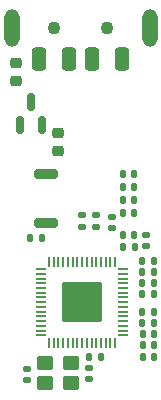
<source format=gbr>
%TF.GenerationSoftware,KiCad,Pcbnew,9.0.5*%
%TF.CreationDate,2025-11-01T21:25:22+11:00*%
%TF.ProjectId,YetAnotherAuthKey,59657441-6e6f-4746-9865-72417574684b,rev?*%
%TF.SameCoordinates,Original*%
%TF.FileFunction,Soldermask,Top*%
%TF.FilePolarity,Negative*%
%FSLAX46Y46*%
G04 Gerber Fmt 4.6, Leading zero omitted, Abs format (unit mm)*
G04 Created by KiCad (PCBNEW 9.0.5) date 2025-11-01 21:25:22*
%MOMM*%
%LPD*%
G01*
G04 APERTURE LIST*
G04 Aperture macros list*
%AMRoundRect*
0 Rectangle with rounded corners*
0 $1 Rounding radius*
0 $2 $3 $4 $5 $6 $7 $8 $9 X,Y pos of 4 corners*
0 Add a 4 corners polygon primitive as box body*
4,1,4,$2,$3,$4,$5,$6,$7,$8,$9,$2,$3,0*
0 Add four circle primitives for the rounded corners*
1,1,$1+$1,$2,$3*
1,1,$1+$1,$4,$5*
1,1,$1+$1,$6,$7*
1,1,$1+$1,$8,$9*
0 Add four rect primitives between the rounded corners*
20,1,$1+$1,$2,$3,$4,$5,0*
20,1,$1+$1,$4,$5,$6,$7,0*
20,1,$1+$1,$6,$7,$8,$9,0*
20,1,$1+$1,$8,$9,$2,$3,0*%
%AMFreePoly0*
4,1,18,-0.437500,0.050000,-0.433694,0.069134,-0.422855,0.085355,-0.406634,0.096194,-0.387500,0.100000,0.387500,0.100000,0.437500,0.050000,0.437500,-0.050000,0.433694,-0.069134,0.422855,-0.085355,0.406634,-0.096194,0.387500,-0.100000,-0.387500,-0.100000,-0.406634,-0.096194,-0.422855,-0.085355,-0.433694,-0.069134,-0.437500,-0.050000,-0.437500,0.050000,-0.437500,0.050000,$1*%
%AMFreePoly1*
4,1,18,-0.437500,0.050000,-0.433694,0.069134,-0.422855,0.085355,-0.406634,0.096194,-0.387500,0.100000,0.387500,0.100000,0.406634,0.096194,0.422855,0.085355,0.433694,0.069134,0.437500,0.050000,0.437500,-0.050000,0.387500,-0.100000,-0.387500,-0.100000,-0.406634,-0.096194,-0.422855,-0.085355,-0.433694,-0.069134,-0.437500,-0.050000,-0.437500,0.050000,-0.437500,0.050000,$1*%
%AMFreePoly2*
4,1,18,-0.100000,0.387500,-0.050000,0.437500,0.050000,0.437500,0.069134,0.433694,0.085355,0.422855,0.096194,0.406634,0.100000,0.387500,0.100000,-0.387500,0.096194,-0.406634,0.085355,-0.422855,0.069134,-0.433694,0.050000,-0.437500,-0.050000,-0.437500,-0.069134,-0.433694,-0.085355,-0.422855,-0.096194,-0.406634,-0.100000,-0.387500,-0.100000,0.387500,-0.100000,0.387500,$1*%
%AMFreePoly3*
4,1,18,-0.100000,0.387500,-0.096194,0.406634,-0.085355,0.422855,-0.069134,0.433694,-0.050000,0.437500,0.050000,0.437500,0.100000,0.387500,0.100000,-0.387500,0.096194,-0.406634,0.085355,-0.422855,0.069134,-0.433694,0.050000,-0.437500,-0.050000,-0.437500,-0.069134,-0.433694,-0.085355,-0.422855,-0.096194,-0.406634,-0.100000,-0.387500,-0.100000,0.387500,-0.100000,0.387500,$1*%
%AMFreePoly4*
4,1,18,-0.437500,0.050000,-0.433694,0.069134,-0.422855,0.085355,-0.406634,0.096194,-0.387500,0.100000,0.387500,0.100000,0.406634,0.096194,0.422855,0.085355,0.433694,0.069134,0.437500,0.050000,0.437500,-0.050000,0.433694,-0.069134,0.422855,-0.085355,0.406634,-0.096194,0.387500,-0.100000,-0.387500,-0.100000,-0.437500,-0.050000,-0.437500,0.050000,-0.437500,0.050000,$1*%
%AMFreePoly5*
4,1,18,-0.437500,0.050000,-0.387500,0.100000,0.387500,0.100000,0.406634,0.096194,0.422855,0.085355,0.433694,0.069134,0.437500,0.050000,0.437500,-0.050000,0.433694,-0.069134,0.422855,-0.085355,0.406634,-0.096194,0.387500,-0.100000,-0.387500,-0.100000,-0.406634,-0.096194,-0.422855,-0.085355,-0.433694,-0.069134,-0.437500,-0.050000,-0.437500,0.050000,-0.437500,0.050000,$1*%
%AMFreePoly6*
4,1,18,-0.100000,0.387500,-0.096194,0.406634,-0.085355,0.422855,-0.069134,0.433694,-0.050000,0.437500,0.050000,0.437500,0.069134,0.433694,0.085355,0.422855,0.096194,0.406634,0.100000,0.387500,0.100000,-0.387500,0.050000,-0.437500,-0.050000,-0.437500,-0.069134,-0.433694,-0.085355,-0.422855,-0.096194,-0.406634,-0.100000,-0.387500,-0.100000,0.387500,-0.100000,0.387500,$1*%
%AMFreePoly7*
4,1,18,-0.100000,0.387500,-0.096194,0.406634,-0.085355,0.422855,-0.069134,0.433694,-0.050000,0.437500,0.050000,0.437500,0.069134,0.433694,0.085355,0.422855,0.096194,0.406634,0.100000,0.387500,0.100000,-0.387500,0.096194,-0.406634,0.085355,-0.422855,0.069134,-0.433694,0.050000,-0.437500,-0.050000,-0.437500,-0.100000,-0.387500,-0.100000,0.387500,-0.100000,0.387500,$1*%
G04 Aperture macros list end*
%ADD10RoundRect,0.135000X0.185000X-0.135000X0.185000X0.135000X-0.185000X0.135000X-0.185000X-0.135000X0*%
%ADD11RoundRect,0.140000X-0.140000X-0.170000X0.140000X-0.170000X0.140000X0.170000X-0.140000X0.170000X0*%
%ADD12RoundRect,0.225000X0.250000X-0.225000X0.250000X0.225000X-0.250000X0.225000X-0.250000X-0.225000X0*%
%ADD13RoundRect,0.200000X-0.800000X0.200000X-0.800000X-0.200000X0.800000X-0.200000X0.800000X0.200000X0*%
%ADD14RoundRect,0.140000X0.170000X-0.140000X0.170000X0.140000X-0.170000X0.140000X-0.170000X-0.140000X0*%
%ADD15RoundRect,0.150000X0.150000X-0.587500X0.150000X0.587500X-0.150000X0.587500X-0.150000X-0.587500X0*%
%ADD16RoundRect,0.140000X0.140000X0.170000X-0.140000X0.170000X-0.140000X-0.170000X0.140000X-0.170000X0*%
%ADD17RoundRect,0.225000X-0.250000X0.225000X-0.250000X-0.225000X0.250000X-0.225000X0.250000X0.225000X0*%
%ADD18RoundRect,0.250000X-0.450000X-0.350000X0.450000X-0.350000X0.450000X0.350000X-0.450000X0.350000X0*%
%ADD19C,1.100000*%
%ADD20RoundRect,0.300000X0.300000X-0.700000X0.300000X0.700000X-0.300000X0.700000X-0.300000X-0.700000X0*%
%ADD21O,1.300000X3.200000*%
%ADD22RoundRect,0.140000X-0.170000X0.140000X-0.170000X-0.140000X0.170000X-0.140000X0.170000X0.140000X0*%
%ADD23RoundRect,0.135000X0.135000X0.185000X-0.135000X0.185000X-0.135000X-0.185000X0.135000X-0.185000X0*%
%ADD24RoundRect,0.135000X-0.135000X-0.185000X0.135000X-0.185000X0.135000X0.185000X-0.135000X0.185000X0*%
%ADD25FreePoly0,0.000000*%
%ADD26RoundRect,0.050000X-0.387500X-0.050000X0.387500X-0.050000X0.387500X0.050000X-0.387500X0.050000X0*%
%ADD27FreePoly1,0.000000*%
%ADD28FreePoly2,0.000000*%
%ADD29RoundRect,0.050000X-0.050000X-0.387500X0.050000X-0.387500X0.050000X0.387500X-0.050000X0.387500X0*%
%ADD30FreePoly3,0.000000*%
%ADD31FreePoly4,0.000000*%
%ADD32FreePoly5,0.000000*%
%ADD33FreePoly6,0.000000*%
%ADD34FreePoly7,0.000000*%
%ADD35RoundRect,0.153000X1.547000X-1.547000X1.547000X1.547000X-1.547000X1.547000X-1.547000X-1.547000X0*%
G04 APERTURE END LIST*
D10*
%TO.C,R3*%
X191800000Y-67890000D03*
X191800000Y-68910000D03*
%TD*%
D11*
%TO.C,C8*%
X194070000Y-65550000D03*
X195030000Y-65550000D03*
%TD*%
D12*
%TO.C,C1*%
X185050000Y-56575000D03*
X185050000Y-55025000D03*
%TD*%
D13*
%TO.C,SW1*%
X187550000Y-64400000D03*
X187550000Y-68600000D03*
%TD*%
D14*
%TO.C,C6*%
X196050000Y-70510000D03*
X196050000Y-69550000D03*
%TD*%
D15*
%TO.C,U2*%
X185350000Y-60237500D03*
X187250000Y-60237500D03*
X186300000Y-58362500D03*
%TD*%
D16*
%TO.C,C12*%
X196700000Y-78925000D03*
X195740000Y-78925000D03*
%TD*%
D17*
%TO.C,C2*%
X188600000Y-60937500D03*
X188600000Y-62487500D03*
%TD*%
D18*
%TO.C,Y1*%
X187500000Y-82150000D03*
X189700000Y-82150000D03*
X189700000Y-80450000D03*
X187500000Y-80450000D03*
%TD*%
D11*
%TO.C,C10*%
X194070000Y-64450000D03*
X195030000Y-64450000D03*
%TD*%
D19*
%TO.C,J1*%
X188250000Y-52075000D03*
X192750000Y-52075000D03*
D20*
X187000000Y-54675000D03*
X189500000Y-54675000D03*
X191500000Y-54675000D03*
X194000000Y-54675000D03*
D21*
X184650000Y-52075000D03*
X196350000Y-52075000D03*
%TD*%
D22*
%TO.C,L1*%
X193150000Y-68045000D03*
X193150000Y-69005000D03*
%TD*%
D16*
%TO.C,C11*%
X196710000Y-79875000D03*
X195750000Y-79875000D03*
%TD*%
%TO.C,C17*%
X196680000Y-71750000D03*
X195720000Y-71750000D03*
%TD*%
D10*
%TO.C,R2*%
X190600000Y-68900000D03*
X190600000Y-67880000D03*
%TD*%
D11*
%TO.C,C9*%
X194070000Y-66650000D03*
X195030000Y-66650000D03*
%TD*%
D23*
%TO.C,R4*%
X187270000Y-69800000D03*
X186250000Y-69800000D03*
%TD*%
D24*
%TO.C,R6*%
X194055000Y-70625000D03*
X195075000Y-70625000D03*
%TD*%
D16*
%TO.C,C15*%
X196680000Y-74600000D03*
X195720000Y-74600000D03*
%TD*%
D25*
%TO.C,U1*%
X187187500Y-72475000D03*
D26*
X187187500Y-72875000D03*
X187187500Y-73275000D03*
X187187500Y-73675000D03*
X187187500Y-74075000D03*
X187187500Y-74475000D03*
X187187500Y-74875000D03*
X187187500Y-75275000D03*
X187187500Y-75675000D03*
X187187500Y-76075000D03*
X187187500Y-76475000D03*
X187187500Y-76875000D03*
X187187500Y-77275000D03*
X187187500Y-77675000D03*
D27*
X187187500Y-78075000D03*
D28*
X187825000Y-78712500D03*
D29*
X188225000Y-78712500D03*
X188625000Y-78712500D03*
X189025000Y-78712500D03*
X189425000Y-78712500D03*
X189825000Y-78712500D03*
X190225000Y-78712500D03*
X190625000Y-78712500D03*
X191025000Y-78712500D03*
X191425000Y-78712500D03*
X191825000Y-78712500D03*
X192225000Y-78712500D03*
X192625000Y-78712500D03*
X193025000Y-78712500D03*
D30*
X193425000Y-78712500D03*
D31*
X194062500Y-78075000D03*
D26*
X194062500Y-77675000D03*
X194062500Y-77275000D03*
X194062500Y-76875000D03*
X194062500Y-76475000D03*
X194062500Y-76075000D03*
X194062500Y-75675000D03*
X194062500Y-75275000D03*
X194062500Y-74875000D03*
X194062500Y-74475000D03*
X194062500Y-74075000D03*
X194062500Y-73675000D03*
X194062500Y-73275000D03*
X194062500Y-72875000D03*
D32*
X194062500Y-72475000D03*
D33*
X193425000Y-71837500D03*
D29*
X193025000Y-71837500D03*
X192625000Y-71837500D03*
X192225000Y-71837500D03*
X191825000Y-71837500D03*
X191425000Y-71837500D03*
X191025000Y-71837500D03*
X190625000Y-71837500D03*
X190225000Y-71837500D03*
X189825000Y-71837500D03*
X189425000Y-71837500D03*
X189025000Y-71837500D03*
X188625000Y-71837500D03*
X188225000Y-71837500D03*
D34*
X187825000Y-71837500D03*
D35*
X190625000Y-75275000D03*
%TD*%
D11*
%TO.C,C7*%
X194090000Y-69550000D03*
X195050000Y-69550000D03*
%TD*%
D14*
%TO.C,C3*%
X185950000Y-81860000D03*
X185950000Y-80900000D03*
%TD*%
D16*
%TO.C,C19*%
X196680000Y-73640000D03*
X195720000Y-73640000D03*
%TD*%
%TO.C,C18*%
X196680000Y-72700000D03*
X195720000Y-72700000D03*
%TD*%
%TO.C,C14*%
X196685000Y-77025000D03*
X195725000Y-77025000D03*
%TD*%
D22*
%TO.C,C4*%
X191250000Y-80850000D03*
X191250000Y-81810000D03*
%TD*%
D16*
%TO.C,C16*%
X196685000Y-76075000D03*
X195725000Y-76075000D03*
%TD*%
D11*
%TO.C,C5*%
X194070000Y-67700000D03*
X195030000Y-67700000D03*
%TD*%
D16*
%TO.C,C13*%
X196700000Y-77975000D03*
X195740000Y-77975000D03*
%TD*%
D24*
%TO.C,R5*%
X191190000Y-79900000D03*
X192210000Y-79900000D03*
%TD*%
M02*

</source>
